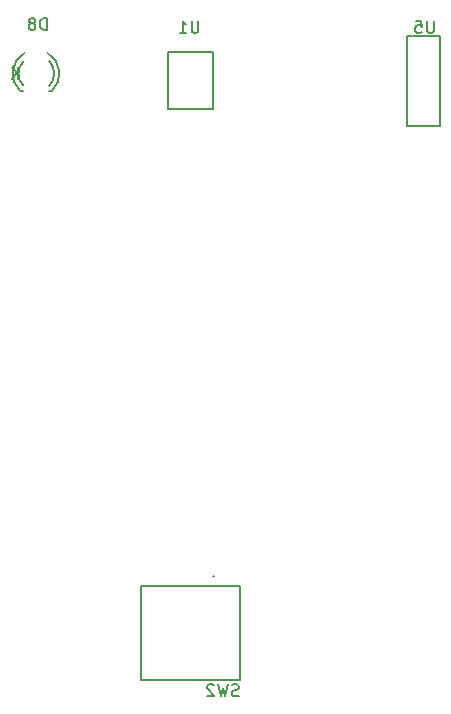
<source format=gbr>
G04 #@! TF.FileFunction,Legend,Bot*
%FSLAX46Y46*%
G04 Gerber Fmt 4.6, Leading zero omitted, Abs format (unit mm)*
G04 Created by KiCad (PCBNEW 201610091317+7290~55~ubuntu16.04.1-) date Sat Oct 15 19:35:44 2016*
%MOMM*%
%LPD*%
G01*
G04 APERTURE LIST*
%ADD10C,0.100000*%
%ADD11C,0.150000*%
G04 APERTURE END LIST*
D10*
D11*
X119844000Y-62810000D02*
X120044000Y-62810000D01*
X122438000Y-62810000D02*
X122258000Y-62810000D01*
X122127643Y-59582256D02*
G75*
G02X122444000Y-62810000I-1003643J-1727744D01*
G01*
X122257068Y-60257994D02*
G75*
G02X122258000Y-62361000I-1133068J-1052006D01*
G01*
X119817274Y-62797220D02*
G75*
G02X120164000Y-59560000I1306726J1497220D01*
G01*
X120044747Y-62323889D02*
G75*
G02X120064000Y-60276000I1079253J1013889D01*
G01*
X136094000Y-59518000D02*
X136094000Y-64318000D01*
X132294000Y-59518000D02*
X136094000Y-59518000D01*
X132294000Y-64318000D02*
X132294000Y-59518000D01*
X132694000Y-64318000D02*
X132294000Y-64318000D01*
X132694000Y-64318000D02*
X136094000Y-64318000D01*
X136169400Y-103860600D02*
X136144000Y-103860600D01*
X138430000Y-104673400D02*
X138430000Y-112674400D01*
X130022600Y-104673400D02*
X138430000Y-104673400D01*
X130022600Y-112674400D02*
X130022600Y-104673400D01*
X138430000Y-112674400D02*
X130022600Y-112674400D01*
X152527000Y-58166000D02*
X153009600Y-58166000D01*
X152527000Y-65786000D02*
X152527000Y-58166000D01*
X155321000Y-65786000D02*
X152527000Y-65786000D01*
X155321000Y-58166000D02*
X155321000Y-65786000D01*
X153035000Y-58166000D02*
X155321000Y-58166000D01*
X122023095Y-57602380D02*
X122023095Y-56602380D01*
X121785000Y-56602380D01*
X121642142Y-56650000D01*
X121546904Y-56745238D01*
X121499285Y-56840476D01*
X121451666Y-57030952D01*
X121451666Y-57173809D01*
X121499285Y-57364285D01*
X121546904Y-57459523D01*
X121642142Y-57554761D01*
X121785000Y-57602380D01*
X122023095Y-57602380D01*
X120880238Y-57030952D02*
X120975476Y-56983333D01*
X121023095Y-56935714D01*
X121070714Y-56840476D01*
X121070714Y-56792857D01*
X121023095Y-56697619D01*
X120975476Y-56650000D01*
X120880238Y-56602380D01*
X120689761Y-56602380D01*
X120594523Y-56650000D01*
X120546904Y-56697619D01*
X120499285Y-56792857D01*
X120499285Y-56840476D01*
X120546904Y-56935714D01*
X120594523Y-56983333D01*
X120689761Y-57030952D01*
X120880238Y-57030952D01*
X120975476Y-57078571D01*
X121023095Y-57126190D01*
X121070714Y-57221428D01*
X121070714Y-57411904D01*
X121023095Y-57507142D01*
X120975476Y-57554761D01*
X120880238Y-57602380D01*
X120689761Y-57602380D01*
X120594523Y-57554761D01*
X120546904Y-57507142D01*
X120499285Y-57411904D01*
X120499285Y-57221428D01*
X120546904Y-57126190D01*
X120594523Y-57078571D01*
X120689761Y-57030952D01*
X119641904Y-61793380D02*
X119641904Y-60793380D01*
X119070476Y-61793380D02*
X119499047Y-61221952D01*
X119070476Y-60793380D02*
X119641904Y-61364809D01*
X134873904Y-56856380D02*
X134873904Y-57665904D01*
X134826285Y-57761142D01*
X134778666Y-57808761D01*
X134683428Y-57856380D01*
X134492952Y-57856380D01*
X134397714Y-57808761D01*
X134350095Y-57761142D01*
X134302476Y-57665904D01*
X134302476Y-56856380D01*
X133302476Y-57856380D02*
X133873904Y-57856380D01*
X133588190Y-57856380D02*
X133588190Y-56856380D01*
X133683428Y-56999238D01*
X133778666Y-57094476D01*
X133873904Y-57142095D01*
X138290133Y-113968161D02*
X138147276Y-114015780D01*
X137909180Y-114015780D01*
X137813942Y-113968161D01*
X137766323Y-113920542D01*
X137718704Y-113825304D01*
X137718704Y-113730066D01*
X137766323Y-113634828D01*
X137813942Y-113587209D01*
X137909180Y-113539590D01*
X138099657Y-113491971D01*
X138194895Y-113444352D01*
X138242514Y-113396733D01*
X138290133Y-113301495D01*
X138290133Y-113206257D01*
X138242514Y-113111019D01*
X138194895Y-113063400D01*
X138099657Y-113015780D01*
X137861561Y-113015780D01*
X137718704Y-113063400D01*
X137385371Y-113015780D02*
X137147276Y-114015780D01*
X136956800Y-113301495D01*
X136766323Y-114015780D01*
X136528228Y-113015780D01*
X136194895Y-113111019D02*
X136147276Y-113063400D01*
X136052038Y-113015780D01*
X135813942Y-113015780D01*
X135718704Y-113063400D01*
X135671085Y-113111019D01*
X135623466Y-113206257D01*
X135623466Y-113301495D01*
X135671085Y-113444352D01*
X136242514Y-114015780D01*
X135623466Y-114015780D01*
X154812904Y-56856380D02*
X154812904Y-57665904D01*
X154765285Y-57761142D01*
X154717666Y-57808761D01*
X154622428Y-57856380D01*
X154431952Y-57856380D01*
X154336714Y-57808761D01*
X154289095Y-57761142D01*
X154241476Y-57665904D01*
X154241476Y-56856380D01*
X153289095Y-56856380D02*
X153765285Y-56856380D01*
X153812904Y-57332571D01*
X153765285Y-57284952D01*
X153670047Y-57237333D01*
X153431952Y-57237333D01*
X153336714Y-57284952D01*
X153289095Y-57332571D01*
X153241476Y-57427809D01*
X153241476Y-57665904D01*
X153289095Y-57761142D01*
X153336714Y-57808761D01*
X153431952Y-57856380D01*
X153670047Y-57856380D01*
X153765285Y-57808761D01*
X153812904Y-57761142D01*
M02*

</source>
